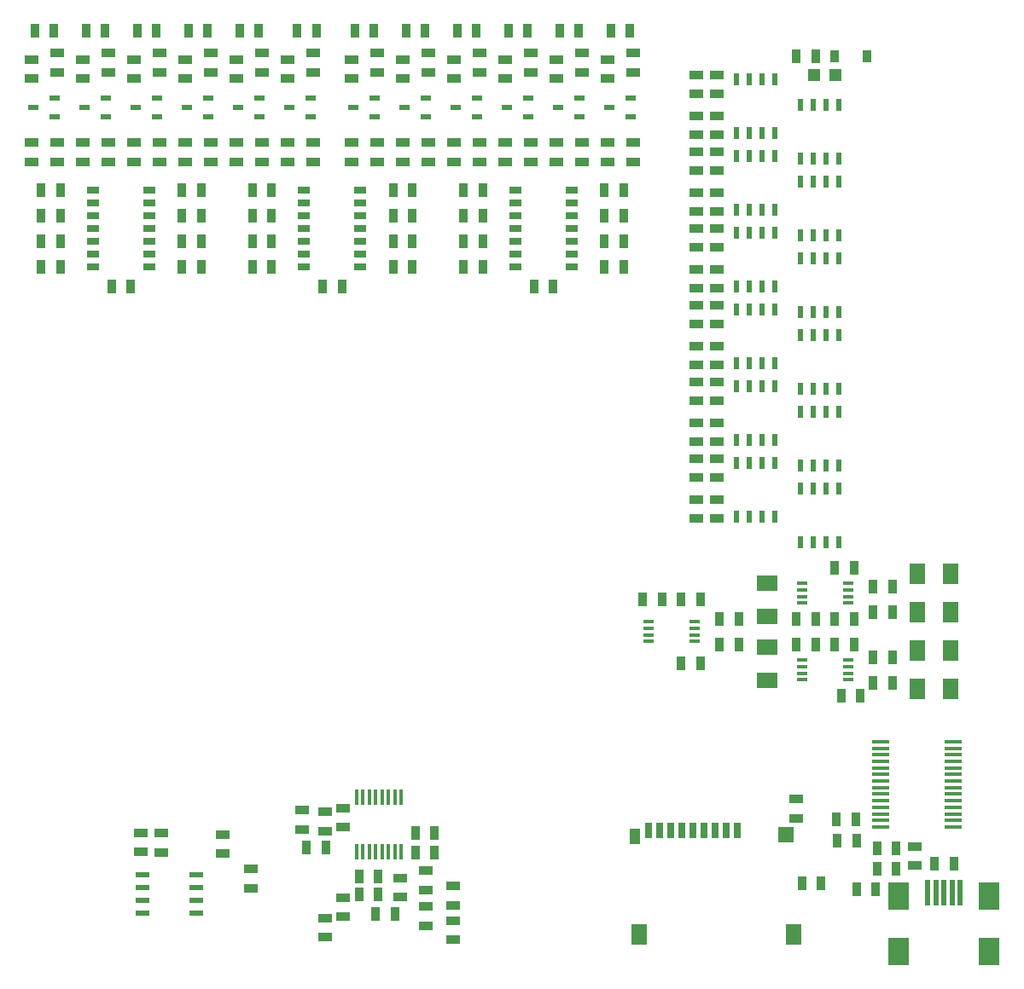
<source format=gtp>
G04 (created by PCBNEW (2013-07-07 BZR 4022)-stable) date 12/02/2014 21:37:52*
%MOIN*%
G04 Gerber Fmt 3.4, Leading zero omitted, Abs format*
%FSLAX34Y34*%
G01*
G70*
G90*
G04 APERTURE LIST*
%ADD10C,0.00590551*%
%ADD11R,0.035X0.055*%
%ADD12R,0.055X0.035*%
%ADD13R,0.0177X0.059*%
%ADD14R,0.0394X0.0236*%
%ADD15R,0.05X0.025*%
%ADD16R,0.065X0.016*%
%ADD17R,0.02X0.1*%
%ADD18R,0.0787402X0.11*%
%ADD19R,0.03X0.06*%
%ADD20R,0.04X0.06*%
%ADD21R,0.06X0.08*%
%ADD22R,0.06X0.06*%
%ADD23R,0.02X0.045*%
%ADD24R,0.038X0.05*%
%ADD25R,0.0472X0.0472*%
%ADD26R,0.0551X0.0236*%
%ADD27R,0.08X0.06*%
%ADD28R,0.0402X0.0161*%
G04 APERTURE END LIST*
G54D10*
G54D11*
X63241Y-70128D03*
X63991Y-70128D03*
X61041Y-72528D03*
X61791Y-72528D03*
G54D12*
X60416Y-69903D03*
X60416Y-69153D03*
X64716Y-74303D03*
X64716Y-73553D03*
X63666Y-73753D03*
X63666Y-73003D03*
G54D11*
X61691Y-73303D03*
X62441Y-73303D03*
G54D12*
X59716Y-74203D03*
X59716Y-73453D03*
X64716Y-72953D03*
X64716Y-72203D03*
X63666Y-72353D03*
X63666Y-71603D03*
X62666Y-72628D03*
X62666Y-71878D03*
X60416Y-73403D03*
X60416Y-72653D03*
G54D11*
X63991Y-70878D03*
X63241Y-70878D03*
X61041Y-71828D03*
X61791Y-71828D03*
G54D12*
X58825Y-69975D03*
X58825Y-69225D03*
X59716Y-69303D03*
X59716Y-70053D03*
G54D13*
X62691Y-68719D03*
X62441Y-68719D03*
X62191Y-68719D03*
X61941Y-68719D03*
X61691Y-68719D03*
X61441Y-68719D03*
X61191Y-68719D03*
X60941Y-68719D03*
X60941Y-70837D03*
X61191Y-70837D03*
X61441Y-70837D03*
X61691Y-70837D03*
X61941Y-70837D03*
X62191Y-70837D03*
X62441Y-70837D03*
X62691Y-70837D03*
G54D11*
X59741Y-70678D03*
X58991Y-70678D03*
G54D14*
X53166Y-42125D03*
X52334Y-41750D03*
X53166Y-41375D03*
X67666Y-42125D03*
X66834Y-41750D03*
X67666Y-41375D03*
X65666Y-42125D03*
X64834Y-41750D03*
X65666Y-41375D03*
X51166Y-42125D03*
X50334Y-41750D03*
X51166Y-41375D03*
X55166Y-42125D03*
X54334Y-41750D03*
X55166Y-41375D03*
X49166Y-42125D03*
X48334Y-41750D03*
X49166Y-41375D03*
X59166Y-42125D03*
X58334Y-41750D03*
X59166Y-41375D03*
X57166Y-42125D03*
X56334Y-41750D03*
X57166Y-41375D03*
X63666Y-42125D03*
X62834Y-41750D03*
X63666Y-41375D03*
X61666Y-42125D03*
X60834Y-41750D03*
X61666Y-41375D03*
G54D15*
X52850Y-48000D03*
X52850Y-47500D03*
X52850Y-47000D03*
X52850Y-46500D03*
X52850Y-46000D03*
X52850Y-45500D03*
X52850Y-45000D03*
X50650Y-45000D03*
X50650Y-45500D03*
X50650Y-46000D03*
X50650Y-46500D03*
X50650Y-47000D03*
X50650Y-47500D03*
X50650Y-48000D03*
X61100Y-48000D03*
X61100Y-47500D03*
X61100Y-47000D03*
X61100Y-46500D03*
X61100Y-46000D03*
X61100Y-45500D03*
X61100Y-45000D03*
X58900Y-45000D03*
X58900Y-45500D03*
X58900Y-46000D03*
X58900Y-46500D03*
X58900Y-47000D03*
X58900Y-47500D03*
X58900Y-48000D03*
X69350Y-48000D03*
X69350Y-47500D03*
X69350Y-47000D03*
X69350Y-46500D03*
X69350Y-46000D03*
X69350Y-45500D03*
X69350Y-45000D03*
X67150Y-45000D03*
X67150Y-45500D03*
X67150Y-46000D03*
X67150Y-46500D03*
X67150Y-47000D03*
X67150Y-47500D03*
X67150Y-48000D03*
G54D14*
X69666Y-42125D03*
X68834Y-41750D03*
X69666Y-41375D03*
X71666Y-42125D03*
X70834Y-41750D03*
X71666Y-41375D03*
G54D11*
X52125Y-48750D03*
X51375Y-48750D03*
X67875Y-48750D03*
X68625Y-48750D03*
X60375Y-48750D03*
X59625Y-48750D03*
X48625Y-47000D03*
X49375Y-47000D03*
X49375Y-48000D03*
X48625Y-48000D03*
X49125Y-38750D03*
X48375Y-38750D03*
X48625Y-46000D03*
X49375Y-46000D03*
X49375Y-45000D03*
X48625Y-45000D03*
X51125Y-38750D03*
X50375Y-38750D03*
X54875Y-46000D03*
X54125Y-46000D03*
X54125Y-45000D03*
X54875Y-45000D03*
X53125Y-38750D03*
X52375Y-38750D03*
X55125Y-38750D03*
X54375Y-38750D03*
X54125Y-48000D03*
X54875Y-48000D03*
X54875Y-47000D03*
X54125Y-47000D03*
G54D12*
X48250Y-43125D03*
X48250Y-43875D03*
X49250Y-39625D03*
X49250Y-40375D03*
X51250Y-43125D03*
X51250Y-43875D03*
X49250Y-43125D03*
X49250Y-43875D03*
X50250Y-43125D03*
X50250Y-43875D03*
X51250Y-39625D03*
X51250Y-40375D03*
X52250Y-43125D03*
X52250Y-43875D03*
X53250Y-39625D03*
X53250Y-40375D03*
X54250Y-43125D03*
X54250Y-43875D03*
X55250Y-39625D03*
X55250Y-40375D03*
G54D11*
X56875Y-47000D03*
X57625Y-47000D03*
G54D12*
X59250Y-39625D03*
X59250Y-40375D03*
X58250Y-43125D03*
X58250Y-43875D03*
X57250Y-39625D03*
X57250Y-40375D03*
X56250Y-43125D03*
X56250Y-43875D03*
X50250Y-39875D03*
X50250Y-40625D03*
X48250Y-39875D03*
X48250Y-40625D03*
G54D11*
X57125Y-38750D03*
X56375Y-38750D03*
X57625Y-48000D03*
X56875Y-48000D03*
X65125Y-47000D03*
X65875Y-47000D03*
X65875Y-48000D03*
X65125Y-48000D03*
X65625Y-38750D03*
X64875Y-38750D03*
X67625Y-38750D03*
X66875Y-38750D03*
X65875Y-45000D03*
X65125Y-45000D03*
X65125Y-46000D03*
X65875Y-46000D03*
G54D12*
X64750Y-43125D03*
X64750Y-43875D03*
X65750Y-43125D03*
X65750Y-43875D03*
X65750Y-39625D03*
X65750Y-40375D03*
X66750Y-43125D03*
X66750Y-43875D03*
X67750Y-43125D03*
X67750Y-43875D03*
X67750Y-39625D03*
X67750Y-40375D03*
X53250Y-43125D03*
X53250Y-43875D03*
X55250Y-43125D03*
X55250Y-43875D03*
X57250Y-43125D03*
X57250Y-43875D03*
X59250Y-43125D03*
X59250Y-43875D03*
G54D11*
X59375Y-38750D03*
X58625Y-38750D03*
G54D12*
X63750Y-43125D03*
X63750Y-43875D03*
X61750Y-43125D03*
X61750Y-43875D03*
G54D11*
X62375Y-45000D03*
X63125Y-45000D03*
X63125Y-46000D03*
X62375Y-46000D03*
G54D12*
X63750Y-39625D03*
X63750Y-40375D03*
X62750Y-43125D03*
X62750Y-43875D03*
X61750Y-39625D03*
X61750Y-40375D03*
X60750Y-43125D03*
X60750Y-43875D03*
G54D11*
X63125Y-47000D03*
X62375Y-47000D03*
X62375Y-48000D03*
X63125Y-48000D03*
X63625Y-38750D03*
X62875Y-38750D03*
X61625Y-38750D03*
X60875Y-38750D03*
G54D12*
X52250Y-39875D03*
X52250Y-40625D03*
X54250Y-39875D03*
X54250Y-40625D03*
X56250Y-39875D03*
X56250Y-40625D03*
X58250Y-39875D03*
X58250Y-40625D03*
X66750Y-39875D03*
X66750Y-40625D03*
X64750Y-39875D03*
X64750Y-40625D03*
X62750Y-39875D03*
X62750Y-40625D03*
X60750Y-39875D03*
X60750Y-40625D03*
G54D11*
X57625Y-45000D03*
X56875Y-45000D03*
X56875Y-46000D03*
X57625Y-46000D03*
X71375Y-46000D03*
X70625Y-46000D03*
X70625Y-45000D03*
X71375Y-45000D03*
X69625Y-38750D03*
X68875Y-38750D03*
X71625Y-38750D03*
X70875Y-38750D03*
X70625Y-48000D03*
X71375Y-48000D03*
X71375Y-47000D03*
X70625Y-47000D03*
G54D12*
X68750Y-43125D03*
X68750Y-43875D03*
X69750Y-43125D03*
X69750Y-43875D03*
X69750Y-39625D03*
X69750Y-40375D03*
X70750Y-43125D03*
X70750Y-43875D03*
X71750Y-43125D03*
X71750Y-43875D03*
X71750Y-39625D03*
X71750Y-40375D03*
X70750Y-39875D03*
X70750Y-40625D03*
X68750Y-39875D03*
X68750Y-40625D03*
G54D11*
X81275Y-71518D03*
X82025Y-71518D03*
G54D12*
X82750Y-71393D03*
X82750Y-70643D03*
G54D11*
X83525Y-71318D03*
X84275Y-71318D03*
X80475Y-70418D03*
X79725Y-70418D03*
X79699Y-69592D03*
X80449Y-69592D03*
X81275Y-70718D03*
X82025Y-70718D03*
X81225Y-72318D03*
X80475Y-72318D03*
G54D16*
X81433Y-68090D03*
X81433Y-68346D03*
X81433Y-68602D03*
X81433Y-68858D03*
X84267Y-67322D03*
X81433Y-67322D03*
X81433Y-67578D03*
X81433Y-67834D03*
X84267Y-69114D03*
X84267Y-68858D03*
X84267Y-68602D03*
X84267Y-68346D03*
X84267Y-68090D03*
X84267Y-67834D03*
X81433Y-69114D03*
X84267Y-67578D03*
X84267Y-67066D03*
X84267Y-66811D03*
X84267Y-66555D03*
X81433Y-66555D03*
X81433Y-66811D03*
X81433Y-67066D03*
X81433Y-69370D03*
X81433Y-69625D03*
X81433Y-69881D03*
X84267Y-69881D03*
X84267Y-69625D03*
X84267Y-69370D03*
G54D11*
X79100Y-72092D03*
X78350Y-72092D03*
G54D12*
X78125Y-69543D03*
X78125Y-68793D03*
G54D17*
X83270Y-72468D03*
X83585Y-72468D03*
X83900Y-72468D03*
X84214Y-72468D03*
X84529Y-72468D03*
G54D18*
X82128Y-74749D03*
X85671Y-74749D03*
X82128Y-72583D03*
X85671Y-72583D03*
G54D19*
X75832Y-70018D03*
X75399Y-70018D03*
X74966Y-70018D03*
X74533Y-70018D03*
X74100Y-70018D03*
X73666Y-70018D03*
X73233Y-70018D03*
X72800Y-70018D03*
X72367Y-70018D03*
G54D20*
X71837Y-70254D03*
G54D21*
X71974Y-74101D03*
X78037Y-74101D03*
G54D22*
X77714Y-70172D03*
G54D12*
X74225Y-40475D03*
X74225Y-41225D03*
X74225Y-42075D03*
X74225Y-42825D03*
X74225Y-43475D03*
X74225Y-44225D03*
X74225Y-45075D03*
X74225Y-45825D03*
X74225Y-46475D03*
X74225Y-47225D03*
X74225Y-48075D03*
X74225Y-48825D03*
X75025Y-47225D03*
X75025Y-46475D03*
X75025Y-48825D03*
X75025Y-48075D03*
X75025Y-44225D03*
X75025Y-43475D03*
X75025Y-45825D03*
X75025Y-45075D03*
X75025Y-42825D03*
X75025Y-42075D03*
X75025Y-41225D03*
X75025Y-40475D03*
G54D23*
X77275Y-48750D03*
X77275Y-46650D03*
X76775Y-48750D03*
X76275Y-48750D03*
X75775Y-48750D03*
X76775Y-46650D03*
X76275Y-46650D03*
X75775Y-46650D03*
X79775Y-49750D03*
X79775Y-47650D03*
X79275Y-49750D03*
X78775Y-49750D03*
X78275Y-49750D03*
X79275Y-47650D03*
X78775Y-47650D03*
X78275Y-47650D03*
X77275Y-45750D03*
X77275Y-43650D03*
X76775Y-45750D03*
X76275Y-45750D03*
X75775Y-45750D03*
X76775Y-43650D03*
X76275Y-43650D03*
X75775Y-43650D03*
X79775Y-43750D03*
X79775Y-41650D03*
X79275Y-43750D03*
X78775Y-43750D03*
X78275Y-43750D03*
X79275Y-41650D03*
X78775Y-41650D03*
X78275Y-41650D03*
X77275Y-42750D03*
X77275Y-40650D03*
X76775Y-42750D03*
X76275Y-42750D03*
X75775Y-42750D03*
X76775Y-40650D03*
X76275Y-40650D03*
X75775Y-40650D03*
X79775Y-46750D03*
X79775Y-44650D03*
X79275Y-46750D03*
X78775Y-46750D03*
X78275Y-46750D03*
X79275Y-44650D03*
X78775Y-44650D03*
X78275Y-44650D03*
X77275Y-54750D03*
X77275Y-52650D03*
X76775Y-54750D03*
X76275Y-54750D03*
X75775Y-54750D03*
X76775Y-52650D03*
X76275Y-52650D03*
X75775Y-52650D03*
X79775Y-58750D03*
X79775Y-56650D03*
X79275Y-58750D03*
X78775Y-58750D03*
X78275Y-58750D03*
X79275Y-56650D03*
X78775Y-56650D03*
X78275Y-56650D03*
X77275Y-57750D03*
X77275Y-55650D03*
X76775Y-57750D03*
X76275Y-57750D03*
X75775Y-57750D03*
X76775Y-55650D03*
X76275Y-55650D03*
X75775Y-55650D03*
X79775Y-55750D03*
X79775Y-53650D03*
X79275Y-55750D03*
X78775Y-55750D03*
X78275Y-55750D03*
X79275Y-53650D03*
X78775Y-53650D03*
X78275Y-53650D03*
X77275Y-51750D03*
X77275Y-49650D03*
X76775Y-51750D03*
X76275Y-51750D03*
X75775Y-51750D03*
X76775Y-49650D03*
X76275Y-49650D03*
X75775Y-49650D03*
X79775Y-52750D03*
X79775Y-50650D03*
X79275Y-52750D03*
X78775Y-52750D03*
X78275Y-52750D03*
X79275Y-50650D03*
X78775Y-50650D03*
X78275Y-50650D03*
G54D12*
X75025Y-57825D03*
X75025Y-57075D03*
X75025Y-56225D03*
X75025Y-55475D03*
X75025Y-53225D03*
X75025Y-52475D03*
X75025Y-54825D03*
X75025Y-54075D03*
X75025Y-50225D03*
X75025Y-49475D03*
X75025Y-51825D03*
X75025Y-51075D03*
G54D24*
X79610Y-39740D03*
X80900Y-39740D03*
G54D11*
X78125Y-39750D03*
X78875Y-39750D03*
G54D25*
X78837Y-40500D03*
X79663Y-40500D03*
G54D12*
X74225Y-49475D03*
X74225Y-50225D03*
X74225Y-51075D03*
X74225Y-51825D03*
X74225Y-52475D03*
X74225Y-53225D03*
X74225Y-54075D03*
X74225Y-54825D03*
X74225Y-55475D03*
X74225Y-56225D03*
X74225Y-57075D03*
X74225Y-57825D03*
X53337Y-70131D03*
X53337Y-70881D03*
X52512Y-70856D03*
X52512Y-70106D03*
X55737Y-70931D03*
X55737Y-70181D03*
G54D26*
X54687Y-71756D03*
X52587Y-71756D03*
X54687Y-72256D03*
X54687Y-72756D03*
X54687Y-73256D03*
X52587Y-72256D03*
X52587Y-72756D03*
X52587Y-73256D03*
G54D12*
X56812Y-71531D03*
X56812Y-72281D03*
G54D27*
X77000Y-62850D03*
X77000Y-64150D03*
G54D21*
X82850Y-63000D03*
X84150Y-63000D03*
X82850Y-61500D03*
X84150Y-61500D03*
X82850Y-60000D03*
X84150Y-60000D03*
X82850Y-64500D03*
X84150Y-64500D03*
G54D27*
X77000Y-61650D03*
X77000Y-60350D03*
G54D11*
X74375Y-63500D03*
X73625Y-63500D03*
X75875Y-62750D03*
X75125Y-62750D03*
X80375Y-62750D03*
X79625Y-62750D03*
X80375Y-61750D03*
X79625Y-61750D03*
X81875Y-61500D03*
X81125Y-61500D03*
X78125Y-62750D03*
X78875Y-62750D03*
X81875Y-60500D03*
X81125Y-60500D03*
X80375Y-59750D03*
X79625Y-59750D03*
X75875Y-61750D03*
X75125Y-61750D03*
X74375Y-61000D03*
X73625Y-61000D03*
X78125Y-61750D03*
X78875Y-61750D03*
X81875Y-63250D03*
X81125Y-63250D03*
X72125Y-61000D03*
X72875Y-61000D03*
X81875Y-64250D03*
X81125Y-64250D03*
X80625Y-64750D03*
X79875Y-64750D03*
G54D28*
X78344Y-63366D03*
X78344Y-63622D03*
X78344Y-63878D03*
X78344Y-64134D03*
X80156Y-64134D03*
X80156Y-63878D03*
X80156Y-63622D03*
X80156Y-63366D03*
X72344Y-61866D03*
X72344Y-62122D03*
X72344Y-62378D03*
X72344Y-62634D03*
X74156Y-62634D03*
X74156Y-62378D03*
X74156Y-62122D03*
X74156Y-61866D03*
X78344Y-60366D03*
X78344Y-60622D03*
X78344Y-60878D03*
X78344Y-61134D03*
X80156Y-61134D03*
X80156Y-60878D03*
X80156Y-60622D03*
X80156Y-60366D03*
M02*

</source>
